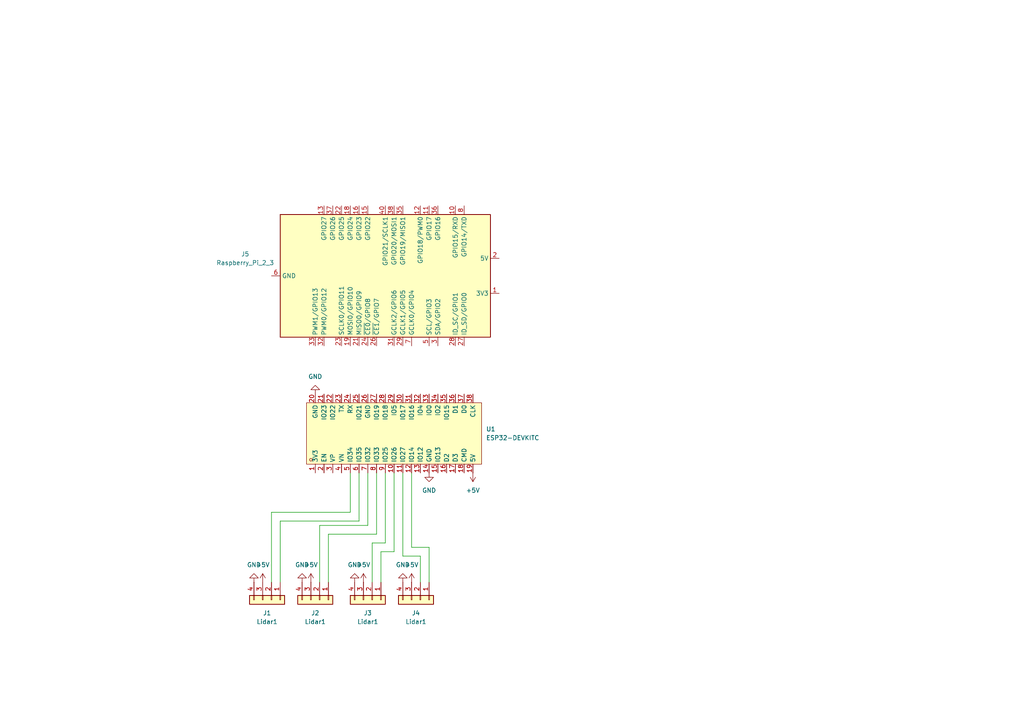
<source format=kicad_sch>
(kicad_sch (version 20231120) (generator "eeschema") (generator_version "8.0")
  (paper "A4")
  (lib_symbols
    (symbol "Connector:Raspberry_Pi_2_3"
      (property "Reference" "J" (at -17.78 31.75 0))
      (property "Value" "Raspberry_Pi_2_3" (at 10.16 -31.75 0))
      (symbol "Raspberry_Pi_2_3_0_1"
        (rectangle (start -17.78 30.48) (end 17.78 -30.48) (stroke (width 0.254)) (fill (type background)))
      )
      (symbol "Raspberry_Pi_2_3_1_1"
        (pin power_in line (at 5.08 33.02 270) (length 2.54) (name "3V3") (number "1"))
        (pin bidirectional line (at -20.32 20.32 0) (length 2.54) (name "GPIO15/RXD") (number "10"))
        (pin bidirectional line (at -20.32 12.7 0) (length 2.54) (name "GPIO17") (number "11"))
        (pin bidirectional line (at -20.32 10.16 0) (length 2.54) (name "GPIO18/PWM0") (number "12"))
        (pin bidirectional line (at -20.32 -17.78 0) (length 2.54) (name "GPIO27") (number "13"))
        (pin passive line (at 0 -33.02 90) (length 2.54) hide (name "GND") (number "14"))
        (pin bidirectional line (at -20.32 -5.08 0) (length 2.54) (name "GPIO22") (number "15"))
        (pin bidirectional line (at -20.32 -7.62 0) (length 2.54) (name "GPIO23") (number "16"))
        (pin passive line (at 5.08 33.02 270) (length 2.54) hide (name "3V3") (number "17"))
        (pin bidirectional line (at -20.32 -10.16 0) (length 2.54) (name "GPIO24") (number "18"))
        (pin bidirectional line (at 20.32 -10.16 180) (length 2.54) (name "MOSI0/GPIO10") (number "19"))
        (pin power_in line (at -5.08 33.02 270) (length 2.54) (name "5V") (number "2"))
        (pin passive line (at 0 -33.02 90) (length 2.54) hide (name "GND") (number "20"))
        (pin bidirectional line (at 20.32 -7.62 180) (length 2.54) (name "MISO0/GPIO9") (number "21"))
        (pin bidirectional line (at -20.32 -12.7 0) (length 2.54) (name "GPIO25") (number "22"))
        (pin bidirectional line (at 20.32 -12.7 180) (length 2.54) (name "SCLK0/GPIO11") (number "23"))
        (pin bidirectional line (at 20.32 -5.08 180) (length 2.54) (name "~{CE0}/GPIO8") (number "24"))
        (pin passive line (at 0 -33.02 90) (length 2.54) hide (name "GND") (number "25"))
        (pin bidirectional line (at 20.32 -2.54 180) (length 2.54) (name "~{CE1}/GPIO7") (number "26"))
        (pin bidirectional line (at 20.32 22.86 180) (length 2.54) (name "ID_SD/GPIO0") (number "27"))
        (pin bidirectional line (at 20.32 20.32 180) (length 2.54) (name "ID_SC/GPIO1") (number "28"))
        (pin bidirectional line (at 20.32 5.08 180) (length 2.54) (name "GCLK1/GPIO5") (number "29"))
        (pin bidirectional line (at 20.32 15.24 180) (length 2.54) (name "SDA/GPIO2") (number "3"))
        (pin passive line (at 0 -33.02 90) (length 2.54) hide (name "GND") (number "30"))
        (pin bidirectional line (at 20.32 2.54 180) (length 2.54) (name "GCLK2/GPIO6") (number "31"))
        (pin bidirectional line (at 20.32 -17.78 180) (length 2.54) (name "PWM0/GPIO12") (number "32"))
        (pin bidirectional line (at 20.32 -20.32 180) (length 2.54) (name "PWM1/GPIO13") (number "33"))
        (pin passive line (at 0 -33.02 90) (length 2.54) hide (name "GND") (number "34"))
        (pin bidirectional line (at -20.32 5.08 0) (length 2.54) (name "GPIO19/MISO1") (number "35"))
        (pin bidirectional line (at -20.32 15.24 0) (length 2.54) (name "GPIO16") (number "36"))
        (pin bidirectional line (at -20.32 -15.24 0) (length 2.54) (name "GPIO26") (number "37"))
        (pin bidirectional line (at -20.32 2.54 0) (length 2.54) (name "GPIO20/MOSI1") (number "38"))
        (pin passive line (at 0 -33.02 90) (length 2.54) hide (name "GND") (number "39"))
        (pin passive line (at -5.08 33.02 270) (length 2.54) hide (name "5V") (number "4"))
        (pin bidirectional line (at -20.32 0 0) (length 2.54) (name "GPIO21/SCLK1") (number "40"))
        (pin bidirectional line (at 20.32 12.7 180) (length 2.54) (name "SCL/GPIO3") (number "5"))
        (pin power_in line (at 0 -33.02 90) (length 2.54) (name "GND") (number "6"))
        (pin bidirectional line (at 20.32 7.62 180) (length 2.54) (name "GCLK0/GPIO4") (number "7"))
        (pin bidirectional line (at -20.32 22.86 0) (length 2.54) (name "GPIO14/TXD") (number "8"))
        (pin passive line (at 0 -33.02 90) (length 2.54) hide (name "GND") (number "9"))
      )
    )
    (symbol "Connector_Generic:Conn_01x04" (pin_names (offset 1.016) hide)
      (property "Reference" "J" (at 0 5.08 0))
      (property "Value" "Conn_01x04" (at 0 -7.62 0))
      (symbol "Conn_01x04_1_1"
        (rectangle (start -1.27 -4.953) (end 0 -5.207) (stroke (width 0.1524)))
        (rectangle (start -1.27 -2.413) (end 0 -2.667) (stroke (width 0.1524)))
        (rectangle (start -1.27 0.127) (end 0 -0.127) (stroke (width 0.1524)))
        (rectangle (start -1.27 2.667) (end 0 2.413) (stroke (width 0.1524)))
        (rectangle (start -1.27 3.81) (end 1.27 -6.35) (stroke (width 0.254)) (fill (type background)))
        (pin passive line (at -5.08 2.54 0) (length 3.81) (name "Pin_1") (number "1"))
        (pin passive line (at -5.08 0 0) (length 3.81) (name "Pin_2") (number "2"))
        (pin passive line (at -5.08 -2.54 0) (length 3.81) (name "Pin_3") (number "3"))
        (pin passive line (at -5.08 -5.08 0) (length 3.81) (name "Pin_4") (number "4"))
      )
    )
    (symbol "easyeda2kicad:ESP32-DEVKITC"
      (property "Reference" "U" (at 0 27.94 0))
      (property "Value" "ESP32-DEVKITC" (at 0 -27.94 0))
      (symbol "ESP32-DEVKITC_0_1"
        (rectangle (start -8.89 25.4) (end 8.89 -25.4) (fill (type background)))
        (circle (center -7.62 24.13) (radius 0.38))
        (pin unspecified line (at -11.43 22.86 0) (length 2.54) (name "3V3") (number "1"))
        (pin unspecified line (at -11.43 0 0) (length 2.54) (name "IO26") (number "10"))
        (pin unspecified line (at -11.43 -2.54 0) (length 2.54) (name "IO27") (number "11"))
        (pin unspecified line (at -11.43 -5.08 0) (length 2.54) (name "IO14") (number "12"))
        (pin unspecified line (at -11.43 -7.62 0) (length 2.54) (name "IO12") (number "13"))
        (pin unspecified line (at -11.43 -10.16 0) (length 2.54) (name "GND") (number "14"))
        (pin unspecified line (at -11.43 -12.7 0) (length 2.54) (name "IO13") (number "15"))
        (pin unspecified line (at -11.43 -15.24 0) (length 2.54) (name "D2") (number "16"))
        (pin unspecified line (at -11.43 -17.78 0) (length 2.54) (name "D3") (number "17"))
        (pin unspecified line (at -11.43 -20.32 0) (length 2.54) (name "CMD") (number "18"))
        (pin unspecified line (at -11.43 -22.86 0) (length 2.54) (name "5V") (number "19"))
        (pin unspecified line (at -11.43 20.32 0) (length 2.54) (name "EN") (number "2"))
        (pin unspecified line (at 11.43 22.86 180) (length 2.54) (name "GND") (number "20"))
        (pin unspecified line (at 11.43 20.32 180) (length 2.54) (name "IO23") (number "21"))
        (pin unspecified line (at 11.43 17.78 180) (length 2.54) (name "IO22") (number "22"))
        (pin unspecified line (at 11.43 15.24 180) (length 2.54) (name "TX") (number "23"))
        (pin unspecified line (at 11.43 12.7 180) (length 2.54) (name "RX") (number "24"))
        (pin unspecified line (at 11.43 10.16 180) (length 2.54) (name "IO21") (number "25"))
        (pin unspecified line (at 11.43 7.62 180) (length 2.54) (name "GND") (number "26"))
        (pin unspecified line (at 11.43 5.08 180) (length 2.54) (name "IO19") (number "27"))
        (pin unspecified line (at 11.43 2.54 180) (length 2.54) (name "IO18") (number "28"))
        (pin unspecified line (at 11.43 0 180) (length 2.54) (name "IO5") (number "29"))
        (pin unspecified line (at -11.43 17.78 0) (length 2.54) (name "VP") (number "3"))
        (pin unspecified line (at 11.43 -2.54 180) (length 2.54) (name "IO17") (number "30"))
        (pin unspecified line (at 11.43 -5.08 180) (length 2.54) (name "IO16") (number "31"))
        (pin unspecified line (at 11.43 -7.62 180) (length 2.54) (name "IO4") (number "32"))
        (pin unspecified line (at 11.43 -10.16 180) (length 2.54) (name "IO0") (number "33"))
        (pin unspecified line (at 11.43 -12.7 180) (length 2.54) (name "IO2") (number "34"))
        (pin unspecified line (at 11.43 -15.24 180) (length 2.54) (name "IO15") (number "35"))
        (pin unspecified line (at 11.43 -17.78 180) (length 2.54) (name "D1") (number "36"))
        (pin unspecified line (at 11.43 -20.32 180) (length 2.54) (name "D0") (number "37"))
        (pin unspecified line (at 11.43 -22.86 180) (length 2.54) (name "CLK") (number "38"))
        (pin unspecified line (at -11.43 15.24 0) (length 2.54) (name "VN") (number "4"))
        (pin unspecified line (at -11.43 12.7 0) (length 2.54) (name "IO34") (number "5"))
        (pin unspecified line (at -11.43 10.16 0) (length 2.54) (name "IO35") (number "6"))
        (pin unspecified line (at -11.43 7.62 0) (length 2.54) (name "IO32") (number "7"))
        (pin unspecified line (at -11.43 5.08 0) (length 2.54) (name "IO33") (number "8"))
        (pin unspecified line (at -11.43 2.54 0) (length 2.54) (name "IO25") (number "9"))
      )
    )
    (symbol "power:+5V" (power) (pin_numbers hide) (pin_names (offset 0) hide)
      (property "Value" "+5V" (at 0 3.556 0))
      (symbol "+5V_0_1"
        (polyline (pts (xy -0.762 1.27) (xy 0 2.54)))
        (polyline (pts (xy 0 0) (xy 0 2.54)))
        (polyline (pts (xy 0 2.54) (xy 0.762 1.27)))
      )
      (symbol "+5V_1_1"
        (pin power_in line (at 0 0 90) (length 0) (name "~") (number "1"))
      )
    )
    (symbol "power:GND" (power) (pin_numbers hide) (pin_names (offset 0) hide)
      (property "Value" "GND" (at 0 -3.81 0))
      (symbol "GND_0_1"
        (polyline (pts (xy 0 0) (xy 0 -1.27) (xy 1.27 -1.27) (xy 0 -2.54) (xy -1.27 -1.27) (xy 0 -1.27)))
      )
      (symbol "GND_1_1"
        (pin power_in line (at 0 0 270) (length 0) (name "~") (number "1"))
      )
    )
  )
  (wire (pts (xy 104.14 151.13) (xy 104.14 137.16)))
  (wire (pts (xy 110.49 168.91) (xy 110.49 160.02)))
  (wire (pts (xy 119.38 137.16) (xy 119.38 158.75)))
  (wire (pts (xy 101.6 148.59) (xy 101.6 137.16)))
  (wire (pts (xy 106.68 137.16) (xy 106.68 152.4)))
  (wire (pts (xy 116.84 161.29) (xy 116.84 137.16)))
  (wire (pts (xy 78.74 168.91) (xy 78.74 148.59)))
  (wire (pts (xy 121.92 168.91) (xy 121.92 161.29)))
  (wire (pts (xy 121.92 161.29) (xy 116.84 161.29)))
  (wire (pts (xy 111.76 157.48) (xy 107.95 157.48)))
  (wire (pts (xy 81.28 151.13) (xy 104.14 151.13)))
  (wire (pts (xy 107.95 157.48) (xy 107.95 168.91)))
  (wire (pts (xy 110.49 160.02) (xy 114.3 160.02)))
  (wire (pts (xy 92.71 152.4) (xy 92.71 168.91)))
  (wire (pts (xy 95.25 154.94) (xy 109.22 154.94)))
  (wire (pts (xy 106.68 152.4) (xy 92.71 152.4)))
  (wire (pts (xy 114.3 160.02) (xy 114.3 137.16)))
  (wire (pts (xy 109.22 154.94) (xy 109.22 137.16)))
  (wire (pts (xy 119.38 158.75) (xy 124.46 158.75)))
  (wire (pts (xy 81.28 168.91) (xy 81.28 151.13)))
  (wire (pts (xy 111.76 137.16) (xy 111.76 157.48)))
  (wire (pts (xy 95.25 168.91) (xy 95.25 154.94)))
  (wire (pts (xy 124.46 158.75) (xy 124.46 168.91)))
  (wire (pts (xy 78.74 148.59) (xy 101.6 148.59)))
  (symbol (lib_id "power:+5V") (at 137.16 137.16 180) (unit 1)
    (property "Reference" "#PWR05" (effects (hide yes)))
    (property "Value" "+5V" (at 137.16 142.24 0))
    (property "Description" "Power symbol creates a global label with name \"+5V\"" (effects (hide yes)))
  )
  (symbol (lib_id "power:GND") (at 116.84 168.91 180) (unit 1)
    (property "Reference" "#PWR010" (effects (hide yes)))
    (property "Value" "GND" (at 116.84 163.83 0))
    (property "Description" "Power symbol creates a global label with name \"GND\" , ground" (effects (hide yes)))
  )
  (symbol (lib_id "power:+5V") (at 90.17 168.91 0) (unit 1)
    (property "Reference" "#PWR07" (effects (hide yes)))
    (property "Value" "+5V" (at 90.17 163.83 0))
    (property "Description" "Power symbol creates a global label with name \"+5V\"" (effects (hide yes)))
  )
  (symbol (lib_id "power:GND") (at 124.46 137.16 0) (unit 1)
    (property "Reference" "#PWR01" (effects (hide yes)))
    (property "Value" "GND" (at 124.46 142.24 0))
    (property "Description" "Power symbol creates a global label with name \"GND\" , ground" (effects (hide yes)))
  )
  (symbol (lib_id "power:GND") (at 102.87 168.91 180) (unit 1)
    (property "Reference" "#PWR08" (effects (hide yes)))
    (property "Value" "GND" (at 102.87 163.83 0))
    (property "Description" "Power symbol creates a global label with name \"GND\" , ground" (effects (hide yes)))
  )
  (symbol (lib_id "Connector_Generic:Conn_01x04") (at 121.92 173.99 270) (unit 1)
    (property "Reference" "J4" (at 120.65 177.8 90))
    (property "Value" "Lidar1" (at 120.65 180.34 90))
    (property "Footprint" "Connector_PinHeader_2.54mm:PinHeader_1x04_P2.54mm_Horizontal" (effects (hide yes)))
    (property "Description" "Generic connector, single row, 01x04, script generated (kicad-library-utils/schlib/autogen/connector/)" (effects (hide yes)))
  )
  (symbol (lib_id "power:+5V") (at 119.38 168.91 0) (unit 1)
    (property "Reference" "#PWR011" (effects (hide yes)))
    (property "Value" "+5V" (at 119.38 163.83 0))
    (property "Description" "Power symbol creates a global label with name \"+5V\"" (effects (hide yes)))
  )
  (symbol (lib_id "power:GND") (at 91.44 114.3 180) (unit 1)
    (property "Reference" "#PWR03" (effects (hide yes)))
    (property "Value" "GND" (at 91.44 109.22 0))
    (property "Description" "Power symbol creates a global label with name \"GND\" , ground" (effects (hide yes)))
  )
  (symbol (lib_id "power:+5V") (at 76.2 168.91 0) (unit 1)
    (property "Reference" "#PWR04" (effects (hide yes)))
    (property "Value" "+5V" (at 76.2 163.83 0))
    (property "Description" "Power symbol creates a global label with name \"+5V\"" (effects (hide yes)))
  )
  (symbol (lib_id "Connector_Generic:Conn_01x04") (at 92.71 173.99 270) (unit 1)
    (property "Reference" "J2" (at 91.44 177.8 90))
    (property "Value" "Lidar1" (at 91.44 180.34 90))
    (property "Footprint" "Connector_PinHeader_2.54mm:PinHeader_1x04_P2.54mm_Horizontal" (effects (hide yes)))
    (property "Description" "Generic connector, single row, 01x04, script generated (kicad-library-utils/schlib/autogen/connector/)" (effects (hide yes)))
  )
  (symbol (lib_id "Connector_Generic:Conn_01x04") (at 107.95 173.99 270) (unit 1)
    (property "Reference" "J3" (at 106.68 177.8 90))
    (property "Value" "Lidar1" (at 106.68 180.34 90))
    (property "Footprint" "Connector_PinHeader_2.54mm:PinHeader_1x04_P2.54mm_Horizontal" (effects (hide yes)))
    (property "Description" "Generic connector, single row, 01x04, script generated (kicad-library-utils/schlib/autogen/connector/)" (effects (hide yes)))
  )
  (symbol (lib_id "power:GND") (at 73.66 168.91 180) (unit 1)
    (property "Reference" "#PWR02" (effects (hide yes)))
    (property "Value" "GND" (at 73.66 163.83 0))
    (property "Description" "Power symbol creates a global label with name \"GND\" , ground" (effects (hide yes)))
  )
  (symbol (lib_id "Connector_Generic:Conn_01x04") (at 78.74 173.99 270) (unit 1)
    (property "Reference" "J1" (at 77.47 177.8 90))
    (property "Value" "Lidar1" (at 77.47 180.34 90))
    (property "Footprint" "Connector_PinHeader_2.54mm:PinHeader_1x04_P2.54mm_Horizontal" (effects (hide yes)))
    (property "Description" "Generic connector, single row, 01x04, script generated (kicad-library-utils/schlib/autogen/connector/)" (effects (hide yes)))
  )
  (symbol (lib_id "power:+5V") (at 105.41 168.91 0) (unit 1)
    (property "Reference" "#PWR09" (effects (hide yes)))
    (property "Value" "+5V" (at 105.41 163.83 0))
    (property "Description" "Power symbol creates a global label with name \"+5V\"" (effects (hide yes)))
  )
  (symbol (lib_id "easyeda2kicad:ESP32-DEVKITC") (at 114.3 125.73 90) (unit 1)
    (property "Reference" "U1" (at 140.97 124.4599 90) (effects (justify right)))
    (property "Value" "ESP32-DEVKITC" (at 140.97 126.9999 90) (effects (justify right)))
    (property "Footprint" "easyeda2kicad:BULETM-SMD_ESP32-DEVKITC" (effects (hide yes)))
    (property "LCSC Part" "C571180" (effects (hide yes)))
  )
  (symbol (lib_id "Connector:Raspberry_Pi_2_3") (at 111.76 80.01 270) (unit 1)
    (property "Reference" "J5" (at 71.12 73.6914 90))
    (property "Value" "Raspberry_Pi_2_3" (at 71.12 76.2314 90))
    (property "Footprint" "Connector_PinSocket_2.54mm:PinSocket_2x20_P2.54mm_Vertical" (effects (hide yes)))
    (property "Datasheet" "https://www.raspberrypi.org/documentation/hardware/raspberrypi/schematics/rpi_SCH_3bplus_1p0_reduced.pdf" (effects (hide yes)))
    (property "Description" "expansion header for Raspberry Pi 2 & 3" (effects (hide yes)))
  )
  (symbol (lib_id "power:GND") (at 87.63 168.91 180) (unit 1)
    (property "Reference" "#PWR06" (effects (hide yes)))
    (property "Value" "GND" (at 87.63 163.83 0))
    (property "Description" "Power symbol creates a global label with name \"GND\" , ground" (effects (hide yes)))
  )
)
</source>
